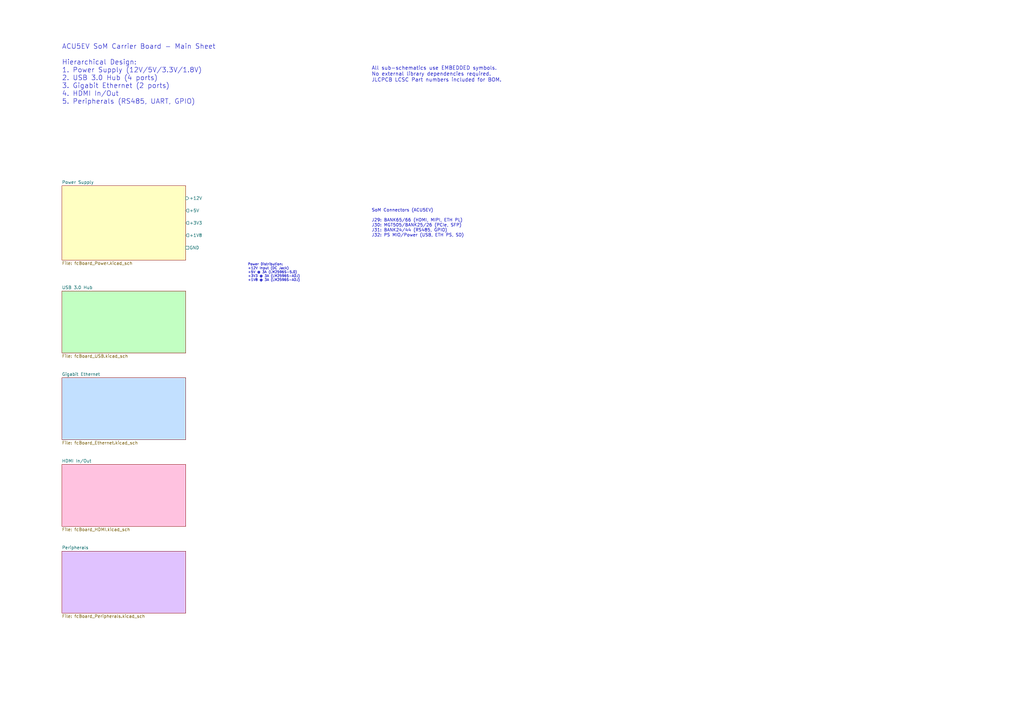
<source format=kicad_sch>
(kicad_sch
	(version 20250114)
	(generator "eeschema")
	(generator_version "9.0")
	(uuid "e63e39d7-6ac0-4ffd-8aa3-1841a4541b55")
	(paper "A3")
	(title_block
		(title "ACU5EV SoM Carrier Board")
		(date "2024-12-11")
		(rev "1.0")
		(company "fcBoard Project")
		(comment 1 "Full-featured carrier board for ALINX ACU5EV SoM")
		(comment 2 "Zynq UltraScale+ MPSoC XCZU5EV - Embedded Symbols")
	)
	(lib_symbols)
	(text "ACU5EV SoM Carrier Board - Main Sheet\n\nHierarchical Design:\n1. Power Supply (12V/5V/3.3V/1.8V)\n2. USB 3.0 Hub (4 ports)\n3. Gigabit Ethernet (2 ports)\n4. HDMI In/Out\n5. Peripherals (RS485, UART, GPIO)"
		(exclude_from_sim no)
		(at 25.4 30.48 0)
		(effects
			(font
				(size 2 2)
			)
			(justify left)
		)
		(uuid "a1b2c3d4-1111-2222-3333-444455556666")
	)
	(text "All sub-schematics use EMBEDDED symbols.\nNo external library dependencies required.\nJLCPCB LCSC Part numbers included for BOM."
		(exclude_from_sim no)
		(at 152.4 30.48 0)
		(effects
			(font
				(size 1.5 1.5)
			)
			(justify left)
		)
		(uuid "d0000000-0000-0000-0000-000000000000")
	)
	(text "SoM Connectors (ACU5EV)\n\nJ29: BANK65/66 (HDMI, MIPI, ETH PL)\nJ30: MGT505/BANK25/26 (PCIe, SFP)\nJ31: BANK24/44 (RS485, GPIO)\nJ32: PS MIO/Power (USB, ETH PS, SD)"
		(exclude_from_sim no)
		(at 152.4 91.44 0)
		(effects
			(font
				(size 1.27 1.27)
			)
			(justify left)
		)
		(uuid "d1111111-1111-1111-1111-111111111111")
	)
	(text "Power Distribution:\n+12V Input (DC Jack)\n+5V @ 3A (LM2596S-5.0)\n+3V3 @ 3A (LM2596S-ADJ)\n+1V8 @ 3A (LM2596S-ADJ)"
		(exclude_from_sim no)
		(at 101.6 111.76 0)
		(effects
			(font
				(size 1 1)
			)
			(justify left)
		)
		(uuid "d2222222-2222-2222-2222-222222222222")
	)
	(sheet
		(at 25.4 76.2)
		(size 50.8 30.48)
		(exclude_from_sim no)
		(in_bom yes)
		(on_board yes)
		(dnp no)
		(fields_autoplaced yes)
		(stroke
			(width 0.1524)
			(type solid)
		)
		(fill
			(color 255 255 194 1.0000)
		)
		(uuid "b1a2c3d4-0001-0001-0001-000000000001")
		(property "Sheetname" "Power Supply"
			(at 25.4 75.4884 0)
			(effects
				(font
					(size 1.27 1.27)
				)
				(justify left bottom)
			)
		)
		(property "Sheetfile" "fcBoard_Power.kicad_sch"
			(at 25.4 107.2216 0)
			(effects
				(font
					(size 1.27 1.27)
				)
				(justify left top)
			)
		)
		(pin "+12V" input
			(at 76.2 81.28 0)
			(uuid "c1111111-1111-1111-1111-111111111111")
			(effects
				(font
					(size 1.27 1.27)
				)
				(justify left)
			)
		)
		(pin "+5V" output
			(at 76.2 86.36 0)
			(uuid "c2222222-2222-2222-2222-222222222222")
			(effects
				(font
					(size 1.27 1.27)
				)
				(justify left)
			)
		)
		(pin "+3V3" output
			(at 76.2 91.44 0)
			(uuid "c3333333-3333-3333-3333-333333333333")
			(effects
				(font
					(size 1.27 1.27)
				)
				(justify left)
			)
		)
		(pin "+1V8" output
			(at 76.2 96.52 0)
			(uuid "c4444444-4444-4444-4444-444444444444")
			(effects
				(font
					(size 1.27 1.27)
				)
				(justify left)
			)
		)
		(pin "GND" passive
			(at 76.2 101.6 0)
			(uuid "c5555555-5555-5555-5555-555555555555")
			(effects
				(font
					(size 1.27 1.27)
				)
				(justify left)
			)
		)
		(instances
			(project "fcBoard"
				(path "/e63e39d7-6ac0-4ffd-8aa3-1841a4541b55"
					(page "2")
				)
			)
		)
	)
	(sheet
		(at 25.4 119.38)
		(size 50.8 25.4)
		(exclude_from_sim no)
		(in_bom yes)
		(on_board yes)
		(dnp no)
		(fields_autoplaced yes)
		(stroke
			(width 0.1524)
			(type solid)
		)
		(fill
			(color 194 255 194 1.0000)
		)
		(uuid "b1a2c3d4-0002-0002-0002-000000000002")
		(property "Sheetname" "USB 3.0 Hub"
			(at 25.4 118.6684 0)
			(effects
				(font
					(size 1.27 1.27)
				)
				(justify left bottom)
			)
		)
		(property "Sheetfile" "fcBoard_USB.kicad_sch"
			(at 25.4 145.3216 0)
			(effects
				(font
					(size 1.27 1.27)
				)
				(justify left top)
			)
		)
		(instances
			(project "fcBoard"
				(path "/e63e39d7-6ac0-4ffd-8aa3-1841a4541b55"
					(page "3")
				)
			)
		)
	)
	(sheet
		(at 25.4 154.94)
		(size 50.8 25.4)
		(exclude_from_sim no)
		(in_bom yes)
		(on_board yes)
		(dnp no)
		(fields_autoplaced yes)
		(stroke
			(width 0.1524)
			(type solid)
		)
		(fill
			(color 194 224 255 1.0000)
		)
		(uuid "b1a2c3d4-0003-0003-0003-000000000003")
		(property "Sheetname" "Gigabit Ethernet"
			(at 25.4 154.2284 0)
			(effects
				(font
					(size 1.27 1.27)
				)
				(justify left bottom)
			)
		)
		(property "Sheetfile" "fcBoard_Ethernet.kicad_sch"
			(at 25.4 180.8816 0)
			(effects
				(font
					(size 1.27 1.27)
				)
				(justify left top)
			)
		)
		(instances
			(project "fcBoard"
				(path "/e63e39d7-6ac0-4ffd-8aa3-1841a4541b55"
					(page "4")
				)
			)
		)
	)
	(sheet
		(at 25.4 190.5)
		(size 50.8 25.4)
		(exclude_from_sim no)
		(in_bom yes)
		(on_board yes)
		(dnp no)
		(fields_autoplaced yes)
		(stroke
			(width 0.1524)
			(type solid)
		)
		(fill
			(color 255 194 224 1.0000)
		)
		(uuid "b1a2c3d4-0004-0004-0004-000000000004")
		(property "Sheetname" "HDMI In/Out"
			(at 25.4 189.7884 0)
			(effects
				(font
					(size 1.27 1.27)
				)
				(justify left bottom)
			)
		)
		(property "Sheetfile" "fcBoard_HDMI.kicad_sch"
			(at 25.4 216.4416 0)
			(effects
				(font
					(size 1.27 1.27)
				)
				(justify left top)
			)
		)
		(instances
			(project "fcBoard"
				(path "/e63e39d7-6ac0-4ffd-8aa3-1841a4541b55"
					(page "5")
				)
			)
		)
	)
	(sheet
		(at 25.4 226.06)
		(size 50.8 25.4)
		(exclude_from_sim no)
		(in_bom yes)
		(on_board yes)
		(dnp no)
		(fields_autoplaced yes)
		(stroke
			(width 0.1524)
			(type solid)
		)
		(fill
			(color 224 194 255 1.0000)
		)
		(uuid "b1a2c3d4-0005-0005-0005-000000000005")
		(property "Sheetname" "Peripherals"
			(at 25.4 225.3484 0)
			(effects
				(font
					(size 1.27 1.27)
				)
				(justify left bottom)
			)
		)
		(property "Sheetfile" "fcBoard_Peripherals.kicad_sch"
			(at 25.4 252.0016 0)
			(effects
				(font
					(size 1.27 1.27)
				)
				(justify left top)
			)
		)
		(instances
			(project "fcBoard"
				(path "/e63e39d7-6ac0-4ffd-8aa3-1841a4541b55"
					(page "6")
				)
			)
		)
	)
	(sheet_instances
		(path "/"
			(page "1")
		)
	)
	(embedded_fonts no)
)

</source>
